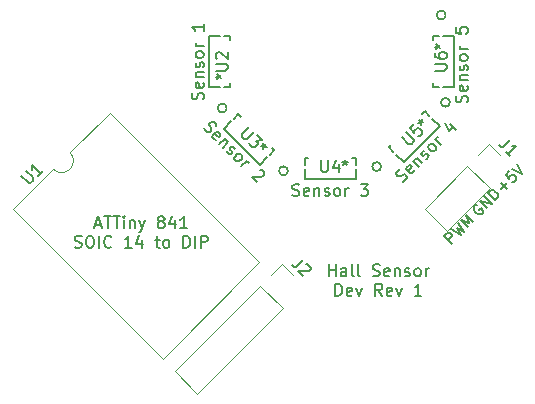
<source format=gbr>
G04 #@! TF.GenerationSoftware,KiCad,Pcbnew,(5.1.2)-2*
G04 #@! TF.CreationDate,2020-06-24T22:01:00-05:00*
G04 #@! TF.ProjectId,HallSensorDevBoard,48616c6c-5365-46e7-936f-72446576426f,rev?*
G04 #@! TF.SameCoordinates,Original*
G04 #@! TF.FileFunction,Legend,Top*
G04 #@! TF.FilePolarity,Positive*
%FSLAX46Y46*%
G04 Gerber Fmt 4.6, Leading zero omitted, Abs format (unit mm)*
G04 Created by KiCad (PCBNEW (5.1.2)-2) date 2020-06-24 22:01:00*
%MOMM*%
%LPD*%
G04 APERTURE LIST*
%ADD10C,0.150000*%
%ADD11C,0.146050*%
%ADD12C,0.120000*%
%ADD13C,0.152400*%
G04 APERTURE END LIST*
D10*
X121817333Y-107069380D02*
X121817333Y-106069380D01*
X121817333Y-106545571D02*
X122388761Y-106545571D01*
X122388761Y-107069380D02*
X122388761Y-106069380D01*
X123293523Y-107069380D02*
X123293523Y-106545571D01*
X123245904Y-106450333D01*
X123150666Y-106402714D01*
X122960190Y-106402714D01*
X122864952Y-106450333D01*
X123293523Y-107021761D02*
X123198285Y-107069380D01*
X122960190Y-107069380D01*
X122864952Y-107021761D01*
X122817333Y-106926523D01*
X122817333Y-106831285D01*
X122864952Y-106736047D01*
X122960190Y-106688428D01*
X123198285Y-106688428D01*
X123293523Y-106640809D01*
X123912571Y-107069380D02*
X123817333Y-107021761D01*
X123769714Y-106926523D01*
X123769714Y-106069380D01*
X124436380Y-107069380D02*
X124341142Y-107021761D01*
X124293523Y-106926523D01*
X124293523Y-106069380D01*
X125531619Y-107021761D02*
X125674476Y-107069380D01*
X125912571Y-107069380D01*
X126007809Y-107021761D01*
X126055428Y-106974142D01*
X126103047Y-106878904D01*
X126103047Y-106783666D01*
X126055428Y-106688428D01*
X126007809Y-106640809D01*
X125912571Y-106593190D01*
X125722095Y-106545571D01*
X125626857Y-106497952D01*
X125579238Y-106450333D01*
X125531619Y-106355095D01*
X125531619Y-106259857D01*
X125579238Y-106164619D01*
X125626857Y-106117000D01*
X125722095Y-106069380D01*
X125960190Y-106069380D01*
X126103047Y-106117000D01*
X126912571Y-107021761D02*
X126817333Y-107069380D01*
X126626857Y-107069380D01*
X126531619Y-107021761D01*
X126484000Y-106926523D01*
X126484000Y-106545571D01*
X126531619Y-106450333D01*
X126626857Y-106402714D01*
X126817333Y-106402714D01*
X126912571Y-106450333D01*
X126960190Y-106545571D01*
X126960190Y-106640809D01*
X126484000Y-106736047D01*
X127388761Y-106402714D02*
X127388761Y-107069380D01*
X127388761Y-106497952D02*
X127436380Y-106450333D01*
X127531619Y-106402714D01*
X127674476Y-106402714D01*
X127769714Y-106450333D01*
X127817333Y-106545571D01*
X127817333Y-107069380D01*
X128245904Y-107021761D02*
X128341142Y-107069380D01*
X128531619Y-107069380D01*
X128626857Y-107021761D01*
X128674476Y-106926523D01*
X128674476Y-106878904D01*
X128626857Y-106783666D01*
X128531619Y-106736047D01*
X128388761Y-106736047D01*
X128293523Y-106688428D01*
X128245904Y-106593190D01*
X128245904Y-106545571D01*
X128293523Y-106450333D01*
X128388761Y-106402714D01*
X128531619Y-106402714D01*
X128626857Y-106450333D01*
X129245904Y-107069380D02*
X129150666Y-107021761D01*
X129103047Y-106974142D01*
X129055428Y-106878904D01*
X129055428Y-106593190D01*
X129103047Y-106497952D01*
X129150666Y-106450333D01*
X129245904Y-106402714D01*
X129388761Y-106402714D01*
X129484000Y-106450333D01*
X129531619Y-106497952D01*
X129579238Y-106593190D01*
X129579238Y-106878904D01*
X129531619Y-106974142D01*
X129484000Y-107021761D01*
X129388761Y-107069380D01*
X129245904Y-107069380D01*
X130007809Y-107069380D02*
X130007809Y-106402714D01*
X130007809Y-106593190D02*
X130055428Y-106497952D01*
X130103047Y-106450333D01*
X130198285Y-106402714D01*
X130293523Y-106402714D01*
X122364952Y-108719380D02*
X122364952Y-107719380D01*
X122603047Y-107719380D01*
X122745904Y-107767000D01*
X122841142Y-107862238D01*
X122888761Y-107957476D01*
X122936380Y-108147952D01*
X122936380Y-108290809D01*
X122888761Y-108481285D01*
X122841142Y-108576523D01*
X122745904Y-108671761D01*
X122603047Y-108719380D01*
X122364952Y-108719380D01*
X123745904Y-108671761D02*
X123650666Y-108719380D01*
X123460190Y-108719380D01*
X123364952Y-108671761D01*
X123317333Y-108576523D01*
X123317333Y-108195571D01*
X123364952Y-108100333D01*
X123460190Y-108052714D01*
X123650666Y-108052714D01*
X123745904Y-108100333D01*
X123793523Y-108195571D01*
X123793523Y-108290809D01*
X123317333Y-108386047D01*
X124126857Y-108052714D02*
X124364952Y-108719380D01*
X124603047Y-108052714D01*
X126317333Y-108719380D02*
X125984000Y-108243190D01*
X125745904Y-108719380D02*
X125745904Y-107719380D01*
X126126857Y-107719380D01*
X126222095Y-107767000D01*
X126269714Y-107814619D01*
X126317333Y-107909857D01*
X126317333Y-108052714D01*
X126269714Y-108147952D01*
X126222095Y-108195571D01*
X126126857Y-108243190D01*
X125745904Y-108243190D01*
X127126857Y-108671761D02*
X127031619Y-108719380D01*
X126841142Y-108719380D01*
X126745904Y-108671761D01*
X126698285Y-108576523D01*
X126698285Y-108195571D01*
X126745904Y-108100333D01*
X126841142Y-108052714D01*
X127031619Y-108052714D01*
X127126857Y-108100333D01*
X127174476Y-108195571D01*
X127174476Y-108290809D01*
X126698285Y-108386047D01*
X127507809Y-108052714D02*
X127745904Y-108719380D01*
X127984000Y-108052714D01*
X129650666Y-108719380D02*
X129079238Y-108719380D01*
X129364952Y-108719380D02*
X129364952Y-107719380D01*
X129269714Y-107862238D01*
X129174476Y-107957476D01*
X129079238Y-108005095D01*
X102037047Y-102719666D02*
X102513238Y-102719666D01*
X101941809Y-103005380D02*
X102275142Y-102005380D01*
X102608476Y-103005380D01*
X102798952Y-102005380D02*
X103370380Y-102005380D01*
X103084666Y-103005380D02*
X103084666Y-102005380D01*
X103560857Y-102005380D02*
X104132285Y-102005380D01*
X103846571Y-103005380D02*
X103846571Y-102005380D01*
X104465619Y-103005380D02*
X104465619Y-102338714D01*
X104465619Y-102005380D02*
X104418000Y-102053000D01*
X104465619Y-102100619D01*
X104513238Y-102053000D01*
X104465619Y-102005380D01*
X104465619Y-102100619D01*
X104941809Y-102338714D02*
X104941809Y-103005380D01*
X104941809Y-102433952D02*
X104989428Y-102386333D01*
X105084666Y-102338714D01*
X105227523Y-102338714D01*
X105322761Y-102386333D01*
X105370380Y-102481571D01*
X105370380Y-103005380D01*
X105751333Y-102338714D02*
X105989428Y-103005380D01*
X106227523Y-102338714D02*
X105989428Y-103005380D01*
X105894190Y-103243476D01*
X105846571Y-103291095D01*
X105751333Y-103338714D01*
X107513238Y-102433952D02*
X107418000Y-102386333D01*
X107370380Y-102338714D01*
X107322761Y-102243476D01*
X107322761Y-102195857D01*
X107370380Y-102100619D01*
X107418000Y-102053000D01*
X107513238Y-102005380D01*
X107703714Y-102005380D01*
X107798952Y-102053000D01*
X107846571Y-102100619D01*
X107894190Y-102195857D01*
X107894190Y-102243476D01*
X107846571Y-102338714D01*
X107798952Y-102386333D01*
X107703714Y-102433952D01*
X107513238Y-102433952D01*
X107418000Y-102481571D01*
X107370380Y-102529190D01*
X107322761Y-102624428D01*
X107322761Y-102814904D01*
X107370380Y-102910142D01*
X107418000Y-102957761D01*
X107513238Y-103005380D01*
X107703714Y-103005380D01*
X107798952Y-102957761D01*
X107846571Y-102910142D01*
X107894190Y-102814904D01*
X107894190Y-102624428D01*
X107846571Y-102529190D01*
X107798952Y-102481571D01*
X107703714Y-102433952D01*
X108751333Y-102338714D02*
X108751333Y-103005380D01*
X108513238Y-101957761D02*
X108275142Y-102672047D01*
X108894190Y-102672047D01*
X109798952Y-103005380D02*
X109227523Y-103005380D01*
X109513238Y-103005380D02*
X109513238Y-102005380D01*
X109418000Y-102148238D01*
X109322761Y-102243476D01*
X109227523Y-102291095D01*
X100298952Y-104607761D02*
X100441809Y-104655380D01*
X100679904Y-104655380D01*
X100775142Y-104607761D01*
X100822761Y-104560142D01*
X100870380Y-104464904D01*
X100870380Y-104369666D01*
X100822761Y-104274428D01*
X100775142Y-104226809D01*
X100679904Y-104179190D01*
X100489428Y-104131571D01*
X100394190Y-104083952D01*
X100346571Y-104036333D01*
X100298952Y-103941095D01*
X100298952Y-103845857D01*
X100346571Y-103750619D01*
X100394190Y-103703000D01*
X100489428Y-103655380D01*
X100727523Y-103655380D01*
X100870380Y-103703000D01*
X101489428Y-103655380D02*
X101679904Y-103655380D01*
X101775142Y-103703000D01*
X101870380Y-103798238D01*
X101918000Y-103988714D01*
X101918000Y-104322047D01*
X101870380Y-104512523D01*
X101775142Y-104607761D01*
X101679904Y-104655380D01*
X101489428Y-104655380D01*
X101394190Y-104607761D01*
X101298952Y-104512523D01*
X101251333Y-104322047D01*
X101251333Y-103988714D01*
X101298952Y-103798238D01*
X101394190Y-103703000D01*
X101489428Y-103655380D01*
X102346571Y-104655380D02*
X102346571Y-103655380D01*
X103394190Y-104560142D02*
X103346571Y-104607761D01*
X103203714Y-104655380D01*
X103108476Y-104655380D01*
X102965619Y-104607761D01*
X102870380Y-104512523D01*
X102822761Y-104417285D01*
X102775142Y-104226809D01*
X102775142Y-104083952D01*
X102822761Y-103893476D01*
X102870380Y-103798238D01*
X102965619Y-103703000D01*
X103108476Y-103655380D01*
X103203714Y-103655380D01*
X103346571Y-103703000D01*
X103394190Y-103750619D01*
X105108476Y-104655380D02*
X104537047Y-104655380D01*
X104822761Y-104655380D02*
X104822761Y-103655380D01*
X104727523Y-103798238D01*
X104632285Y-103893476D01*
X104537047Y-103941095D01*
X105965619Y-103988714D02*
X105965619Y-104655380D01*
X105727523Y-103607761D02*
X105489428Y-104322047D01*
X106108476Y-104322047D01*
X107108476Y-103988714D02*
X107489428Y-103988714D01*
X107251333Y-103655380D02*
X107251333Y-104512523D01*
X107298952Y-104607761D01*
X107394190Y-104655380D01*
X107489428Y-104655380D01*
X107965619Y-104655380D02*
X107870380Y-104607761D01*
X107822761Y-104560142D01*
X107775142Y-104464904D01*
X107775142Y-104179190D01*
X107822761Y-104083952D01*
X107870380Y-104036333D01*
X107965619Y-103988714D01*
X108108476Y-103988714D01*
X108203714Y-104036333D01*
X108251333Y-104083952D01*
X108298952Y-104179190D01*
X108298952Y-104464904D01*
X108251333Y-104560142D01*
X108203714Y-104607761D01*
X108108476Y-104655380D01*
X107965619Y-104655380D01*
X109489428Y-104655380D02*
X109489428Y-103655380D01*
X109727523Y-103655380D01*
X109870380Y-103703000D01*
X109965619Y-103798238D01*
X110013238Y-103893476D01*
X110060857Y-104083952D01*
X110060857Y-104226809D01*
X110013238Y-104417285D01*
X109965619Y-104512523D01*
X109870380Y-104607761D01*
X109727523Y-104655380D01*
X109489428Y-104655380D01*
X110489428Y-104655380D02*
X110489428Y-103655380D01*
X110965619Y-104655380D02*
X110965619Y-103655380D01*
X111346571Y-103655380D01*
X111441809Y-103703000D01*
X111489428Y-103750619D01*
X111537047Y-103845857D01*
X111537047Y-103988714D01*
X111489428Y-104083952D01*
X111441809Y-104131571D01*
X111346571Y-104179190D01*
X110965619Y-104179190D01*
D11*
X132226211Y-104324788D02*
X131579632Y-103678210D01*
X131825948Y-103431894D01*
X131918316Y-103401105D01*
X131979895Y-103401105D01*
X132072263Y-103431894D01*
X132164632Y-103524262D01*
X132195421Y-103616631D01*
X132195421Y-103678210D01*
X132164632Y-103770578D01*
X131918316Y-104016894D01*
X132164632Y-103093210D02*
X132965157Y-103585841D01*
X132626473Y-103000842D01*
X133211473Y-103339526D01*
X132718842Y-102539000D01*
X133611736Y-102939263D02*
X132965157Y-102292684D01*
X133642525Y-102539000D01*
X133396210Y-101861632D01*
X134042788Y-102508211D01*
X134312079Y-101007341D02*
X134219711Y-101038131D01*
X134127342Y-101130499D01*
X134065763Y-101253657D01*
X134065763Y-101376815D01*
X134096553Y-101469183D01*
X134188921Y-101623130D01*
X134281290Y-101715499D01*
X134435237Y-101807867D01*
X134527605Y-101838657D01*
X134650763Y-101838657D01*
X134773921Y-101777078D01*
X134835500Y-101715499D01*
X134897079Y-101592341D01*
X134897079Y-101530762D01*
X134681552Y-101315236D01*
X134558395Y-101438394D01*
X135235763Y-101315236D02*
X134589184Y-100668658D01*
X135605236Y-100945763D01*
X134958658Y-100299184D01*
X135913130Y-100637868D02*
X135266552Y-99991290D01*
X135420499Y-99837342D01*
X135543657Y-99775763D01*
X135666815Y-99775763D01*
X135759183Y-99806553D01*
X135913130Y-99898921D01*
X136005499Y-99991290D01*
X136097867Y-100145237D01*
X136128657Y-100237605D01*
X136128657Y-100360763D01*
X136067078Y-100483921D01*
X135913130Y-100637868D01*
X136374869Y-99683499D02*
X136867500Y-99190868D01*
X136867500Y-99683499D02*
X136374869Y-99190868D01*
X137083026Y-98174816D02*
X136775131Y-98482710D01*
X137052236Y-98821394D01*
X137052236Y-98759815D01*
X137083026Y-98667447D01*
X137236973Y-98513500D01*
X137329341Y-98482710D01*
X137390920Y-98482710D01*
X137483289Y-98513500D01*
X137637236Y-98667447D01*
X137668025Y-98759815D01*
X137668025Y-98821394D01*
X137637236Y-98913763D01*
X137483289Y-99067710D01*
X137390920Y-99098499D01*
X137329341Y-99098499D01*
X137298552Y-97959290D02*
X138160657Y-98390342D01*
X137729604Y-97528237D01*
D12*
X103273243Y-93219853D02*
X99896808Y-96596288D01*
X115930455Y-105877064D02*
X103273243Y-93219853D01*
X107763371Y-114044147D02*
X115930455Y-105877064D01*
X95106160Y-101386936D02*
X107763371Y-114044147D01*
X98482595Y-98010501D02*
X95106160Y-101386936D01*
X99896809Y-96596287D02*
G75*
G02X98482595Y-98010501I-707107J-707107D01*
G01*
X135382000Y-95909096D02*
X136322452Y-96849548D01*
X134441548Y-96849548D02*
X135382000Y-95909096D01*
X133543522Y-97747574D02*
X135424426Y-99628478D01*
X135424426Y-99628478D02*
X131789898Y-103263006D01*
X133543522Y-97747574D02*
X129908994Y-101382102D01*
X129908994Y-101382102D02*
X131789898Y-103263006D01*
D13*
X113157000Y-92837000D02*
G75*
G03X113157000Y-92837000I-381000J0D01*
G01*
X112610685Y-86741000D02*
X111696500Y-86741000D01*
X112941315Y-91059000D02*
X113474500Y-91059000D01*
X113474500Y-87055763D02*
X113474500Y-86741000D01*
X111696500Y-91059000D02*
X112610685Y-91059000D01*
X111696500Y-86741000D02*
X111696500Y-91059000D01*
X113474500Y-86741000D02*
X112941315Y-86741000D01*
X113474500Y-91059000D02*
X113474500Y-90744237D01*
X118344854Y-98151854D02*
G75*
G03X118344854Y-98151854I-381000J0D01*
G01*
X113536435Y-93958226D02*
X112890009Y-94604653D01*
X116823513Y-96777723D02*
X117200532Y-96400704D01*
X114369816Y-93569988D02*
X114147245Y-93347417D01*
X115943296Y-97657940D02*
X116589723Y-97011513D01*
X112890009Y-94604653D02*
X115943296Y-97657940D01*
X114147245Y-93347417D02*
X113770226Y-93724435D01*
X117200532Y-96400704D02*
X116977961Y-96178133D01*
X126238000Y-97790000D02*
G75*
G03X126238000Y-97790000I-381000J0D01*
G01*
X119761000Y-97955315D02*
X119761000Y-98869500D01*
X124079000Y-97624685D02*
X124079000Y-97091500D01*
X120075763Y-97091500D02*
X119761000Y-97091500D01*
X124079000Y-98869500D02*
X124079000Y-97955315D01*
X119761000Y-98869500D02*
X124079000Y-98869500D01*
X119761000Y-97091500D02*
X119761000Y-97624685D01*
X124079000Y-97091500D02*
X123764237Y-97091500D01*
X132060854Y-92348146D02*
G75*
G03X132060854Y-92348146I-381000J0D01*
G01*
X127486226Y-96775565D02*
X128132653Y-97421991D01*
X130305723Y-93488487D02*
X129928704Y-93111468D01*
X127097988Y-95942184D02*
X126875417Y-96164755D01*
X131185940Y-94368704D02*
X130539513Y-93722277D01*
X128132653Y-97421991D02*
X131185940Y-94368704D01*
X126875417Y-96164755D02*
X127252435Y-96541774D01*
X129928704Y-93111468D02*
X129706133Y-93334039D01*
X131699000Y-84963000D02*
G75*
G03X131699000Y-84963000I-381000J0D01*
G01*
X131483315Y-91059000D02*
X132397500Y-91059000D01*
X131152685Y-86741000D02*
X130619500Y-86741000D01*
X130619500Y-90744237D02*
X130619500Y-91059000D01*
X132397500Y-86741000D02*
X131483315Y-86741000D01*
X132397500Y-91059000D02*
X132397500Y-86741000D01*
X130619500Y-91059000D02*
X131152685Y-91059000D01*
X130619500Y-86741000D02*
X130619500Y-87055763D01*
D12*
X108790891Y-115134205D02*
X110671795Y-117015109D01*
X116017522Y-107907574D02*
X108790891Y-115134205D01*
X117898426Y-109788478D02*
X110671795Y-117015109D01*
X116017522Y-107907574D02*
X117898426Y-109788478D01*
X116915548Y-107009548D02*
X117856000Y-106069096D01*
X117856000Y-106069096D02*
X118796452Y-107009548D01*
D10*
X95760570Y-98543861D02*
X96332990Y-99116281D01*
X96434005Y-99149953D01*
X96501349Y-99149953D01*
X96602364Y-99116281D01*
X96737051Y-98981594D01*
X96770723Y-98880579D01*
X96770723Y-98813235D01*
X96737051Y-98712220D01*
X96164631Y-98139800D01*
X97578845Y-98139800D02*
X97174784Y-98543861D01*
X97376814Y-98341831D02*
X96669708Y-97634724D01*
X96703379Y-97803083D01*
X96703379Y-97937770D01*
X96669708Y-98038785D01*
X137181081Y-95519513D02*
X136676005Y-96024589D01*
X136541318Y-96091933D01*
X136406631Y-96091933D01*
X136271944Y-96024589D01*
X136204601Y-95957246D01*
X137181081Y-96933727D02*
X136777020Y-96529666D01*
X136979051Y-96731696D02*
X137686158Y-96024589D01*
X137517799Y-96058261D01*
X137383112Y-96058261D01*
X137282097Y-96024589D01*
X112228380Y-89661904D02*
X113037904Y-89661904D01*
X113133142Y-89614285D01*
X113180761Y-89566666D01*
X113228380Y-89471428D01*
X113228380Y-89280952D01*
X113180761Y-89185714D01*
X113133142Y-89138095D01*
X113037904Y-89090476D01*
X112228380Y-89090476D01*
X112323619Y-88661904D02*
X112276000Y-88614285D01*
X112228380Y-88519047D01*
X112228380Y-88280952D01*
X112276000Y-88185714D01*
X112323619Y-88138095D01*
X112418857Y-88090476D01*
X112514095Y-88090476D01*
X112656952Y-88138095D01*
X113228380Y-88709523D01*
X113228380Y-88090476D01*
X111148761Y-92090476D02*
X111196380Y-91947619D01*
X111196380Y-91709523D01*
X111148761Y-91614285D01*
X111101142Y-91566666D01*
X111005904Y-91519047D01*
X110910666Y-91519047D01*
X110815428Y-91566666D01*
X110767809Y-91614285D01*
X110720190Y-91709523D01*
X110672571Y-91900000D01*
X110624952Y-91995238D01*
X110577333Y-92042857D01*
X110482095Y-92090476D01*
X110386857Y-92090476D01*
X110291619Y-92042857D01*
X110244000Y-91995238D01*
X110196380Y-91900000D01*
X110196380Y-91661904D01*
X110244000Y-91519047D01*
X111148761Y-90709523D02*
X111196380Y-90804761D01*
X111196380Y-90995238D01*
X111148761Y-91090476D01*
X111053523Y-91138095D01*
X110672571Y-91138095D01*
X110577333Y-91090476D01*
X110529714Y-90995238D01*
X110529714Y-90804761D01*
X110577333Y-90709523D01*
X110672571Y-90661904D01*
X110767809Y-90661904D01*
X110863047Y-91138095D01*
X110529714Y-90233333D02*
X111196380Y-90233333D01*
X110624952Y-90233333D02*
X110577333Y-90185714D01*
X110529714Y-90090476D01*
X110529714Y-89947619D01*
X110577333Y-89852380D01*
X110672571Y-89804761D01*
X111196380Y-89804761D01*
X111148761Y-89376190D02*
X111196380Y-89280952D01*
X111196380Y-89090476D01*
X111148761Y-88995238D01*
X111053523Y-88947619D01*
X111005904Y-88947619D01*
X110910666Y-88995238D01*
X110863047Y-89090476D01*
X110863047Y-89233333D01*
X110815428Y-89328571D01*
X110720190Y-89376190D01*
X110672571Y-89376190D01*
X110577333Y-89328571D01*
X110529714Y-89233333D01*
X110529714Y-89090476D01*
X110577333Y-88995238D01*
X111196380Y-88376190D02*
X111148761Y-88471428D01*
X111101142Y-88519047D01*
X111005904Y-88566666D01*
X110720190Y-88566666D01*
X110624952Y-88519047D01*
X110577333Y-88471428D01*
X110529714Y-88376190D01*
X110529714Y-88233333D01*
X110577333Y-88138095D01*
X110624952Y-88090476D01*
X110720190Y-88042857D01*
X111005904Y-88042857D01*
X111101142Y-88090476D01*
X111148761Y-88138095D01*
X111196380Y-88233333D01*
X111196380Y-88376190D01*
X111196380Y-87614285D02*
X110529714Y-87614285D01*
X110720190Y-87614285D02*
X110624952Y-87566666D01*
X110577333Y-87519047D01*
X110529714Y-87423809D01*
X110529714Y-87328571D01*
X111196380Y-85709523D02*
X111196380Y-86280952D01*
X111196380Y-85995238D02*
X110196380Y-85995238D01*
X110339238Y-86090476D01*
X110434476Y-86185714D01*
X110482095Y-86280952D01*
X112228380Y-90170000D02*
X112466476Y-90170000D01*
X112371238Y-90408095D02*
X112466476Y-90170000D01*
X112371238Y-89931904D01*
X112656952Y-90312857D02*
X112466476Y-90170000D01*
X112656952Y-90027142D01*
X115028451Y-94442000D02*
X114456031Y-95014420D01*
X114422359Y-95115435D01*
X114422359Y-95182779D01*
X114456031Y-95283794D01*
X114590718Y-95418481D01*
X114691733Y-95452153D01*
X114759077Y-95452153D01*
X114860092Y-95418481D01*
X115432512Y-94846061D01*
X115701886Y-95115435D02*
X116139618Y-95553168D01*
X115634542Y-95586840D01*
X115735557Y-95687855D01*
X115769229Y-95788870D01*
X115769229Y-95856214D01*
X115735557Y-95957229D01*
X115567199Y-96125588D01*
X115466183Y-96159260D01*
X115398840Y-96159260D01*
X115297825Y-96125588D01*
X115095794Y-95923557D01*
X115062122Y-95822542D01*
X115062122Y-95755199D01*
X111249782Y-94550202D02*
X111317126Y-94684889D01*
X111485485Y-94853248D01*
X111586500Y-94886920D01*
X111653843Y-94886920D01*
X111754859Y-94853248D01*
X111822202Y-94785904D01*
X111855874Y-94684889D01*
X111855874Y-94617546D01*
X111822202Y-94516530D01*
X111721187Y-94348172D01*
X111687515Y-94247156D01*
X111687515Y-94179813D01*
X111721187Y-94078798D01*
X111788530Y-94011454D01*
X111889546Y-93977782D01*
X111956889Y-93977782D01*
X112057904Y-94011454D01*
X112226263Y-94179813D01*
X112293607Y-94314500D01*
X112226263Y-95526683D02*
X112125248Y-95493011D01*
X111990561Y-95358324D01*
X111956889Y-95257309D01*
X111990561Y-95156294D01*
X112259935Y-94886920D01*
X112360950Y-94853248D01*
X112461965Y-94886920D01*
X112596652Y-95021607D01*
X112630324Y-95122622D01*
X112596652Y-95223637D01*
X112529309Y-95290981D01*
X112125248Y-95021607D01*
X113000713Y-95425668D02*
X112529309Y-95897072D01*
X112933370Y-95493011D02*
X113000713Y-95493011D01*
X113101729Y-95526683D01*
X113202744Y-95627698D01*
X113236416Y-95728713D01*
X113202744Y-95829729D01*
X112832355Y-96200118D01*
X113169072Y-96469492D02*
X113202744Y-96570507D01*
X113337431Y-96705194D01*
X113438446Y-96738866D01*
X113539461Y-96705194D01*
X113573133Y-96671522D01*
X113606805Y-96570507D01*
X113573133Y-96469492D01*
X113472118Y-96368477D01*
X113438446Y-96267461D01*
X113472118Y-96166446D01*
X113505790Y-96132774D01*
X113606805Y-96099103D01*
X113707820Y-96132774D01*
X113808835Y-96233790D01*
X113842507Y-96334805D01*
X113842507Y-97210270D02*
X113808835Y-97109255D01*
X113808835Y-97041912D01*
X113842507Y-96940896D01*
X114044538Y-96738866D01*
X114145553Y-96705194D01*
X114212896Y-96705194D01*
X114313912Y-96738866D01*
X114414927Y-96839881D01*
X114448599Y-96940896D01*
X114448599Y-97008240D01*
X114414927Y-97109255D01*
X114212896Y-97311286D01*
X114111881Y-97344957D01*
X114044538Y-97344957D01*
X113943522Y-97311286D01*
X113842507Y-97210270D01*
X114381255Y-97749018D02*
X114852660Y-97277614D01*
X114717973Y-97412301D02*
X114818988Y-97378629D01*
X114886331Y-97378629D01*
X114987347Y-97412301D01*
X115054690Y-97479644D01*
X115963827Y-98052064D02*
X116031171Y-98052064D01*
X116132186Y-98085736D01*
X116300545Y-98254095D01*
X116334217Y-98355110D01*
X116334217Y-98422453D01*
X116300545Y-98523469D01*
X116233201Y-98590812D01*
X116098514Y-98658156D01*
X115290392Y-98658156D01*
X115728125Y-99095888D01*
X116465225Y-95878774D02*
X116296866Y-96047133D01*
X116195851Y-95811431D02*
X116296866Y-96047133D01*
X116532568Y-96148148D01*
X116061164Y-96080805D02*
X116296866Y-96047133D01*
X116263194Y-96282835D01*
X116465225Y-95878774D02*
X116296866Y-96047133D01*
X116195851Y-95811431D02*
X116296866Y-96047133D01*
X116532568Y-96148148D01*
X116061164Y-96080805D02*
X116296866Y-96047133D01*
X116263194Y-96282835D01*
X121158095Y-97242380D02*
X121158095Y-98051904D01*
X121205714Y-98147142D01*
X121253333Y-98194761D01*
X121348571Y-98242380D01*
X121539047Y-98242380D01*
X121634285Y-98194761D01*
X121681904Y-98147142D01*
X121729523Y-98051904D01*
X121729523Y-97242380D01*
X122634285Y-97575714D02*
X122634285Y-98242380D01*
X122396190Y-97194761D02*
X122158095Y-97909047D01*
X122777142Y-97909047D01*
X118729523Y-100226761D02*
X118872380Y-100274380D01*
X119110476Y-100274380D01*
X119205714Y-100226761D01*
X119253333Y-100179142D01*
X119300952Y-100083904D01*
X119300952Y-99988666D01*
X119253333Y-99893428D01*
X119205714Y-99845809D01*
X119110476Y-99798190D01*
X118920000Y-99750571D01*
X118824761Y-99702952D01*
X118777142Y-99655333D01*
X118729523Y-99560095D01*
X118729523Y-99464857D01*
X118777142Y-99369619D01*
X118824761Y-99322000D01*
X118920000Y-99274380D01*
X119158095Y-99274380D01*
X119300952Y-99322000D01*
X120110476Y-100226761D02*
X120015238Y-100274380D01*
X119824761Y-100274380D01*
X119729523Y-100226761D01*
X119681904Y-100131523D01*
X119681904Y-99750571D01*
X119729523Y-99655333D01*
X119824761Y-99607714D01*
X120015238Y-99607714D01*
X120110476Y-99655333D01*
X120158095Y-99750571D01*
X120158095Y-99845809D01*
X119681904Y-99941047D01*
X120586666Y-99607714D02*
X120586666Y-100274380D01*
X120586666Y-99702952D02*
X120634285Y-99655333D01*
X120729523Y-99607714D01*
X120872380Y-99607714D01*
X120967619Y-99655333D01*
X121015238Y-99750571D01*
X121015238Y-100274380D01*
X121443809Y-100226761D02*
X121539047Y-100274380D01*
X121729523Y-100274380D01*
X121824761Y-100226761D01*
X121872380Y-100131523D01*
X121872380Y-100083904D01*
X121824761Y-99988666D01*
X121729523Y-99941047D01*
X121586666Y-99941047D01*
X121491428Y-99893428D01*
X121443809Y-99798190D01*
X121443809Y-99750571D01*
X121491428Y-99655333D01*
X121586666Y-99607714D01*
X121729523Y-99607714D01*
X121824761Y-99655333D01*
X122443809Y-100274380D02*
X122348571Y-100226761D01*
X122300952Y-100179142D01*
X122253333Y-100083904D01*
X122253333Y-99798190D01*
X122300952Y-99702952D01*
X122348571Y-99655333D01*
X122443809Y-99607714D01*
X122586666Y-99607714D01*
X122681904Y-99655333D01*
X122729523Y-99702952D01*
X122777142Y-99798190D01*
X122777142Y-100083904D01*
X122729523Y-100179142D01*
X122681904Y-100226761D01*
X122586666Y-100274380D01*
X122443809Y-100274380D01*
X123205714Y-100274380D02*
X123205714Y-99607714D01*
X123205714Y-99798190D02*
X123253333Y-99702952D01*
X123300952Y-99655333D01*
X123396190Y-99607714D01*
X123491428Y-99607714D01*
X124491428Y-99274380D02*
X125110476Y-99274380D01*
X124777142Y-99655333D01*
X124920000Y-99655333D01*
X125015238Y-99702952D01*
X125062857Y-99750571D01*
X125110476Y-99845809D01*
X125110476Y-100083904D01*
X125062857Y-100179142D01*
X125015238Y-100226761D01*
X124920000Y-100274380D01*
X124634285Y-100274380D01*
X124539047Y-100226761D01*
X124491428Y-100179142D01*
X123190000Y-97242380D02*
X123190000Y-97480476D01*
X122951904Y-97385238D02*
X123190000Y-97480476D01*
X123428095Y-97385238D01*
X123047142Y-97670952D02*
X123190000Y-97480476D01*
X123332857Y-97670952D01*
X127970000Y-95283548D02*
X128542420Y-95855968D01*
X128643435Y-95889640D01*
X128710779Y-95889640D01*
X128811794Y-95855968D01*
X128946481Y-95721281D01*
X128980153Y-95620266D01*
X128980153Y-95552922D01*
X128946481Y-95451907D01*
X128374061Y-94879487D01*
X129047496Y-94206052D02*
X128710779Y-94542770D01*
X129013825Y-94913159D01*
X129013825Y-94845816D01*
X129047496Y-94744800D01*
X129215855Y-94576442D01*
X129316870Y-94542770D01*
X129384214Y-94542770D01*
X129485229Y-94576442D01*
X129653588Y-94744800D01*
X129687260Y-94845816D01*
X129687260Y-94913159D01*
X129653588Y-95014174D01*
X129485229Y-95182533D01*
X129384214Y-95216205D01*
X129316870Y-95216205D01*
X128078202Y-99062217D02*
X128212889Y-98994873D01*
X128381248Y-98826514D01*
X128414920Y-98725499D01*
X128414920Y-98658156D01*
X128381248Y-98557140D01*
X128313904Y-98489797D01*
X128212889Y-98456125D01*
X128145546Y-98456125D01*
X128044530Y-98489797D01*
X127876172Y-98590812D01*
X127775156Y-98624484D01*
X127707813Y-98624484D01*
X127606798Y-98590812D01*
X127539454Y-98523469D01*
X127505782Y-98422453D01*
X127505782Y-98355110D01*
X127539454Y-98254095D01*
X127707813Y-98085736D01*
X127842500Y-98018392D01*
X129054683Y-98085736D02*
X129021011Y-98186751D01*
X128886324Y-98321438D01*
X128785309Y-98355110D01*
X128684294Y-98321438D01*
X128414920Y-98052064D01*
X128381248Y-97951049D01*
X128414920Y-97850034D01*
X128549607Y-97715347D01*
X128650622Y-97681675D01*
X128751637Y-97715347D01*
X128818981Y-97782690D01*
X128549607Y-98186751D01*
X128953668Y-97311286D02*
X129425072Y-97782690D01*
X129021011Y-97378629D02*
X129021011Y-97311286D01*
X129054683Y-97210270D01*
X129155698Y-97109255D01*
X129256713Y-97075583D01*
X129357729Y-97109255D01*
X129728118Y-97479644D01*
X129997492Y-97142927D02*
X130098507Y-97109255D01*
X130233194Y-96974568D01*
X130266866Y-96873553D01*
X130233194Y-96772538D01*
X130199522Y-96738866D01*
X130098507Y-96705194D01*
X129997492Y-96738866D01*
X129896477Y-96839881D01*
X129795461Y-96873553D01*
X129694446Y-96839881D01*
X129660774Y-96806209D01*
X129627103Y-96705194D01*
X129660774Y-96604179D01*
X129761790Y-96503164D01*
X129862805Y-96469492D01*
X130738270Y-96469492D02*
X130637255Y-96503164D01*
X130569912Y-96503164D01*
X130468896Y-96469492D01*
X130266866Y-96267461D01*
X130233194Y-96166446D01*
X130233194Y-96099103D01*
X130266866Y-95998087D01*
X130367881Y-95897072D01*
X130468896Y-95863400D01*
X130536240Y-95863400D01*
X130637255Y-95897072D01*
X130839286Y-96099103D01*
X130872957Y-96200118D01*
X130872957Y-96267461D01*
X130839286Y-96368477D01*
X130738270Y-96469492D01*
X131277018Y-95930744D02*
X130805614Y-95459339D01*
X130940301Y-95594026D02*
X130906629Y-95493011D01*
X130906629Y-95425668D01*
X130940301Y-95324652D01*
X131007644Y-95257309D01*
X132085140Y-94179813D02*
X132556545Y-94651217D01*
X131647408Y-94078798D02*
X131984125Y-94752233D01*
X132421858Y-94314500D01*
X129406774Y-93846774D02*
X129575133Y-94015133D01*
X129339431Y-94116148D02*
X129575133Y-94015133D01*
X129676148Y-93779431D01*
X129608805Y-94250835D02*
X129575133Y-94015133D01*
X129810835Y-94048805D01*
X129406774Y-93846774D02*
X129575133Y-94015133D01*
X129339431Y-94116148D02*
X129575133Y-94015133D01*
X129676148Y-93779431D01*
X129608805Y-94250835D02*
X129575133Y-94015133D01*
X129810835Y-94048805D01*
X130770380Y-89661904D02*
X131579904Y-89661904D01*
X131675142Y-89614285D01*
X131722761Y-89566666D01*
X131770380Y-89471428D01*
X131770380Y-89280952D01*
X131722761Y-89185714D01*
X131675142Y-89138095D01*
X131579904Y-89090476D01*
X130770380Y-89090476D01*
X130770380Y-88185714D02*
X130770380Y-88376190D01*
X130818000Y-88471428D01*
X130865619Y-88519047D01*
X131008476Y-88614285D01*
X131198952Y-88661904D01*
X131579904Y-88661904D01*
X131675142Y-88614285D01*
X131722761Y-88566666D01*
X131770380Y-88471428D01*
X131770380Y-88280952D01*
X131722761Y-88185714D01*
X131675142Y-88138095D01*
X131579904Y-88090476D01*
X131341809Y-88090476D01*
X131246571Y-88138095D01*
X131198952Y-88185714D01*
X131151333Y-88280952D01*
X131151333Y-88471428D01*
X131198952Y-88566666D01*
X131246571Y-88614285D01*
X131341809Y-88661904D01*
X133500761Y-92344476D02*
X133548380Y-92201619D01*
X133548380Y-91963523D01*
X133500761Y-91868285D01*
X133453142Y-91820666D01*
X133357904Y-91773047D01*
X133262666Y-91773047D01*
X133167428Y-91820666D01*
X133119809Y-91868285D01*
X133072190Y-91963523D01*
X133024571Y-92154000D01*
X132976952Y-92249238D01*
X132929333Y-92296857D01*
X132834095Y-92344476D01*
X132738857Y-92344476D01*
X132643619Y-92296857D01*
X132596000Y-92249238D01*
X132548380Y-92154000D01*
X132548380Y-91915904D01*
X132596000Y-91773047D01*
X133500761Y-90963523D02*
X133548380Y-91058761D01*
X133548380Y-91249238D01*
X133500761Y-91344476D01*
X133405523Y-91392095D01*
X133024571Y-91392095D01*
X132929333Y-91344476D01*
X132881714Y-91249238D01*
X132881714Y-91058761D01*
X132929333Y-90963523D01*
X133024571Y-90915904D01*
X133119809Y-90915904D01*
X133215047Y-91392095D01*
X132881714Y-90487333D02*
X133548380Y-90487333D01*
X132976952Y-90487333D02*
X132929333Y-90439714D01*
X132881714Y-90344476D01*
X132881714Y-90201619D01*
X132929333Y-90106380D01*
X133024571Y-90058761D01*
X133548380Y-90058761D01*
X133500761Y-89630190D02*
X133548380Y-89534952D01*
X133548380Y-89344476D01*
X133500761Y-89249238D01*
X133405523Y-89201619D01*
X133357904Y-89201619D01*
X133262666Y-89249238D01*
X133215047Y-89344476D01*
X133215047Y-89487333D01*
X133167428Y-89582571D01*
X133072190Y-89630190D01*
X133024571Y-89630190D01*
X132929333Y-89582571D01*
X132881714Y-89487333D01*
X132881714Y-89344476D01*
X132929333Y-89249238D01*
X133548380Y-88630190D02*
X133500761Y-88725428D01*
X133453142Y-88773047D01*
X133357904Y-88820666D01*
X133072190Y-88820666D01*
X132976952Y-88773047D01*
X132929333Y-88725428D01*
X132881714Y-88630190D01*
X132881714Y-88487333D01*
X132929333Y-88392095D01*
X132976952Y-88344476D01*
X133072190Y-88296857D01*
X133357904Y-88296857D01*
X133453142Y-88344476D01*
X133500761Y-88392095D01*
X133548380Y-88487333D01*
X133548380Y-88630190D01*
X133548380Y-87868285D02*
X132881714Y-87868285D01*
X133072190Y-87868285D02*
X132976952Y-87820666D01*
X132929333Y-87773047D01*
X132881714Y-87677809D01*
X132881714Y-87582571D01*
X132548380Y-86011142D02*
X132548380Y-86487333D01*
X133024571Y-86534952D01*
X132976952Y-86487333D01*
X132929333Y-86392095D01*
X132929333Y-86154000D01*
X132976952Y-86058761D01*
X133024571Y-86011142D01*
X133119809Y-85963523D01*
X133357904Y-85963523D01*
X133453142Y-86011142D01*
X133500761Y-86058761D01*
X133548380Y-86154000D01*
X133548380Y-86392095D01*
X133500761Y-86487333D01*
X133453142Y-86534952D01*
X130770380Y-87630000D02*
X131008476Y-87630000D01*
X130913238Y-87868095D02*
X131008476Y-87630000D01*
X130913238Y-87391904D01*
X131198952Y-87772857D02*
X131008476Y-87630000D01*
X131198952Y-87487142D01*
X119655081Y-105679513D02*
X119150005Y-106184589D01*
X119015318Y-106251933D01*
X118880631Y-106251933D01*
X118745944Y-106184589D01*
X118678601Y-106117246D01*
X119890784Y-106049902D02*
X119958127Y-106049902D01*
X120059142Y-106083574D01*
X120227501Y-106251933D01*
X120261173Y-106352948D01*
X120261173Y-106420292D01*
X120227501Y-106521307D01*
X120160158Y-106588650D01*
X120025471Y-106655994D01*
X119217349Y-106655994D01*
X119655081Y-107093727D01*
M02*

</source>
